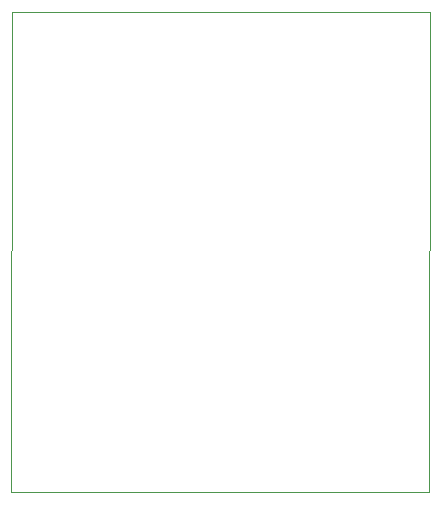
<source format=gm1>
%TF.GenerationSoftware,KiCad,Pcbnew,8.0.9-8.0.9-0~ubuntu20.04.1*%
%TF.CreationDate,2025-05-17T12:19:42+02:00*%
%TF.ProjectId,Buch_ESP32_1_Kap9_ESP_Standard,42756368-5f45-4535-9033-325f315f4b61,rev?*%
%TF.SameCoordinates,Original*%
%TF.FileFunction,Profile,NP*%
%FSLAX46Y46*%
G04 Gerber Fmt 4.6, Leading zero omitted, Abs format (unit mm)*
G04 Created by KiCad (PCBNEW 8.0.9-8.0.9-0~ubuntu20.04.1) date 2025-05-17 12:19:42*
%MOMM*%
%LPD*%
G01*
G04 APERTURE LIST*
%TA.AperFunction,Profile*%
%ADD10C,0.100000*%
%TD*%
G04 APERTURE END LIST*
D10*
X133816000Y-91184000D02*
X169164000Y-91184000D01*
X133731000Y-131826000D02*
X169113200Y-131826000D01*
X169164000Y-91184000D02*
X169113200Y-131826000D01*
X133816000Y-91184000D02*
X133731000Y-131826000D01*
M02*

</source>
